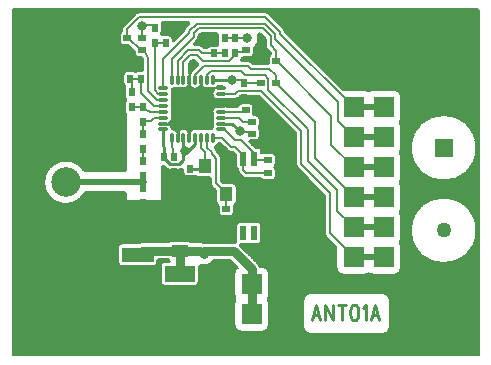
<source format=gbr>
*
*
G04 PADS 9.5 Build Number: 522968 generated Gerber (RS-274-X) file*
G04 PC Version=2.1*
*
%IN "ANT01.pcb"*%
*
%MOIN*%
*
%FSLAX35Y35*%
*
*
*
*
G04 PC Standard Apertures*
*
*
G04 Thermal Relief Aperture macro.*
%AMTER*
1,1,$1,0,0*
1,0,$1-$2,0,0*
21,0,$3,$4,0,0,45*
21,0,$3,$4,0,0,135*
%
*
*
G04 Annular Aperture macro.*
%AMANN*
1,1,$1,0,0*
1,0,$2,0,0*
%
*
*
G04 Odd Aperture macro.*
%AMODD*
1,1,$1,0,0*
1,0,$1-0.005,0,0*
%
*
*
G04 PC Custom Aperture Macros*
*
*
*
*
*
*
G04 PC Aperture Table*
*
%ADD012R,0.07X0.07*%
%ADD013C,0.23622*%
%ADD014C,0.05*%
%ADD017C,0.02*%
%ADD019C,0.03*%
%ADD024C,0.001*%
%ADD025C,0.01*%
%ADD036C,0.008*%
%ADD040R,0.06X0.06*%
%ADD055C,0.006*%
%ADD056R,0.025X0.02*%
%ADD057R,0.02X0.025*%
%ADD058R,0.04331X0.04724*%
%ADD059O,0.03346X0.01181*%
%ADD060O,0.01181X0.03346*%
%ADD061R,0.144X0.144*%
%ADD062R,0.02362X0.04724*%
%ADD063R,0.056X0.039*%
%ADD064C,0.09843*%
%ADD065C,0.10236*%
%ADD066R,0.1X0.055*%
%ADD067R,0.105X0.05*%
%ADD068C,0.019*%
%ADD069C,0.032*%
%ADD070C,0.024*%
*
*
*
*
G04 PC Circuitry*
G04 Layer Name ANT01.pcb - circuitry*
%LPD*%
*
*
G04 PC Custom Flashes*
G04 Layer Name ANT01.pcb - flashes*
%LPD*%
*
*
G04 PC Circuitry*
G04 Layer Name ANT01.pcb - circuitry*
%LPD*%
*
G54D12*
G01X226000Y185000D03*
X216000D03*
X226000Y165000D03*
X216000D03*
X226000Y175000D03*
X216000D03*
X226000Y135000D03*
X216000D03*
X226000Y145000D03*
X216000D03*
X226000Y155000D03*
X216000D03*
X172000Y126000D03*
Y116000D03*
X182000Y126000D03*
Y116000D03*
X192000Y126000D03*
Y116000D03*
G54D13*
X120000Y120000D03*
X240000Y200000D03*
Y120000D03*
X120000Y200000D03*
G54D14*
X246000Y144000D03*
G54D17*
X120300Y160300D02*
X120000Y160000D01*
X146000*
G54D19*
X144000Y135800D02*
X145400Y137200D01*
X158000*
Y129500D02*
Y137200D01*
X164800*
X166000Y136000*
Y137000*
X176000*
X182000Y131000*
Y126000*
Y116000*
G54D24*
G54D25*
X203455Y119250D02*
X202000Y114000D01*
X203455Y119250D02*
X204909Y114000D01*
X202545Y115750D02*
X204364D01*
X206545Y119250D02*
Y114000D01*
Y119250D02*
X209091Y114000D01*
Y119250D02*
Y114000D01*
X212000Y119250D02*
Y114000D01*
X210727Y119250D02*
X213273D01*
X216000D02*
X215455Y119000D01*
X215091Y118250*
X214909Y117000*
Y116250*
X215091Y115000*
X215455Y114250*
X216000Y114000*
X216364*
X216909Y114250*
X217273Y115000*
X217455Y116250*
Y117000*
X217273Y118250*
X216909Y119000*
X216364Y119250*
X216000*
X219091Y118250D02*
X219455Y118500D01*
X220000Y119250*
Y114000*
X223091Y119250D02*
X221636Y114000D01*
X223091Y119250D02*
X224545Y114000D01*
X222182Y115750D02*
X224000D01*
X159200Y170800D02*
Y170400D01*
X159600*
X159200Y170800D02*
Y171000D01*
X159247Y171047*
Y174854*
X152780Y168860D02*
Y167973D01*
X154753Y166000*
X157647*
X159200Y167553*
Y170400*
X157476Y179776D02*
X157321Y179579D01*
X162200Y184500*
X161200Y189100D02*
X161216Y193063D01*
Y194146*
X161200Y189100D02*
X162200Y184500D01*
X161200Y178600*
Y175000*
X161216Y174854*
X159600Y170400D02*
X160784D01*
X163184Y172800*
X157279Y174854D02*
X157300Y175200D01*
Y178800*
X162200Y184500*
X152554Y177610D02*
Y172023D01*
X152780Y171797*
Y168860*
X152554Y179579D02*
X157321D01*
X162200Y184500*
X165200Y190500*
Y194146*
X168300Y190500D02*
X162200Y184500D01*
X167100Y187400*
X171846*
X162200Y184500D02*
X167500Y185400D01*
X171846*
X163184Y174854D02*
Y172800D01*
X171846Y187453D02*
Y187400D01*
Y185484D02*
Y185400D01*
Y179579D02*
X175421D01*
X178000Y177000*
X161500Y164500D02*
X166500D01*
Y165402*
X171800Y191400D02*
X171846Y191390D01*
X165153Y194146D02*
X165200D01*
X169090D02*
Y194000D01*
X175500*
G54D36*
X155310Y174854D02*
Y173772D01*
X155600Y169350*
Y168500*
X156200*
X145784Y176015D02*
Y180015D01*
X142059Y189999D02*
Y194500D01*
Y184999D02*
Y185015D01*
X145784*
Y180015D02*
Y180534D01*
X148384*
X149281Y181431*
X152554*
Y181547*
X145784Y185015D02*
Y184354D01*
X148500Y183500*
X152554*
Y183516*
X145784Y158015D02*
X146000Y158231D01*
Y160000*
X145784Y167015D02*
Y171015D01*
Y162015D02*
X146000Y161800D01*
Y160000*
X162200Y184500D02*
X168200Y190500D01*
Y191300*
X171756*
X171846Y191390*
X178000Y177000D02*
X181254Y176835D01*
X182104*
Y176235*
X179228Y167902D02*
Y163939D01*
X180168Y163000*
X187500*
X183030Y167902D02*
X182772D01*
Y167500*
X187500*
X169090Y174854D02*
X172146D01*
X175188Y171812*
X176499*
X179228Y169083*
Y167902*
X167121Y174854D02*
X167182D01*
Y171581*
X168670Y170092*
Y169456*
X169653Y168473*
Y168446*
X169711Y168388*
Y168353*
X169817Y168247*
Y168169*
X170000Y167986*
Y159697*
X173500Y156197*
Y156000*
X165153Y174854D02*
Y171347D01*
X166500Y170000*
Y165402*
X171846Y189421D02*
X176421D01*
X177500Y190500*
X185000*
X198500Y177000*
Y166000*
X208000Y156500*
Y143000*
X216000Y135000*
X171846Y183516D02*
X176984D01*
X177100Y183400*
X180000*
Y184000*
X171846Y181547D02*
X177634D01*
X179107Y180074*
X182057*
X171846Y177610D02*
X172928D01*
X176539Y174000*
X178370*
X183030Y169341*
Y167902*
X173500Y156000D02*
X173513D01*
Y155987*
Y150985D02*
Y155987D01*
X161216Y195228D02*
X162500Y199500D01*
X140750Y208000D02*
X145250Y204000D01*
X142059Y194500D02*
X145000D01*
X137500Y199500D02*
X141500D01*
X145500Y212000D02*
Y212323D01*
X149671*
Y211473*
X145500Y208000D02*
Y212000D01*
X140500Y208000D02*
Y210960D01*
X144540Y215000*
X186485*
X191500Y209985*
Y209500*
X216000Y185000*
X149671Y206473D02*
X153358D01*
Y206459*
X149671Y206473D02*
Y190658D01*
X150829Y189500*
X152476*
X152554Y189421*
X145500Y204000D02*
X145989D01*
X147500Y201487*
Y190314*
X150314Y187500*
X152507*
X152554Y187453*
Y191390D02*
Y201181D01*
X161100Y209727*
Y210323*
X163677Y212900*
X186323*
X189900Y209323*
Y207600*
X210700Y186800*
Y180300*
X216000Y175000*
X155310Y194146D02*
Y201147D01*
X162700Y208537*
Y209660*
X164340Y211300*
X185660*
X188300Y208660*
Y205700*
X190200Y203800*
Y200300*
X157279Y194146D02*
Y200501D01*
X160777Y204000*
X164500*
X165500Y203000*
X169500*
X159247Y194146D02*
Y200207D01*
X161340Y202300*
X163799*
X165599Y200500*
X174487*
X176619Y202631*
Y203000*
X141500Y194500D02*
X142059D01*
X145000D02*
Y189765D01*
X149281Y185484*
X152554*
X176500Y203576D02*
X180200D01*
X176561Y203000D02*
X176619D01*
X175500Y194000D02*
X178800D01*
X179500Y193300*
Y193000*
X173000Y208000D02*
X176500D01*
X190200Y200300D02*
X190450D01*
X208500Y182250*
Y172500*
X216000Y165000*
X190000Y193000D02*
X190250D01*
X203000Y180250*
Y168000*
X216000Y155000*
X176500Y208000D02*
X180500D01*
X176500Y203000D02*
X176561D01*
X163184Y194146D02*
Y195792D01*
X166011Y198619*
X180897*
X181766Y197750*
X187850*
X190000Y195600*
Y193000*
X167121Y194146D02*
Y195792D01*
X168348Y197019*
X178338*
X178338D02*
X179681Y195675D01*
X186272*
X187500Y194447*
Y190908*
X200750Y177658*
Y167000*
X210450Y157300*
Y150550*
X216000Y145000*
X179500Y193000D02*
X185000D01*
G54D40*
X246000Y171500D03*
G54D55*
X159200Y170800D02*
X159600Y170400D01*
X159200Y171000D02*
X159000D01*
X159200Y170800*
X156200Y168500D02*
X156300Y167900D01*
X152600Y168500D02*
Y168680D01*
X152780Y168860*
X173513Y155987D02*
X175000Y154500D01*
X175100Y187453D02*
X176000Y186553D01*
Y186500*
X183500Y188000D02*
X184000Y187500D01*
X187098Y167902D02*
X187500Y167500D01*
X173500Y156000D02*
X173513Y155987D01*
X145250Y204000D02*
X145500D01*
Y211000D02*
X146000Y211500D01*
X145500Y212000*
X140500Y208000D02*
X140750D01*
X161216Y194146D02*
Y195228D01*
X180200Y203576D02*
Y204000D01*
X176561Y202689D02*
Y203000D01*
X169500D02*
X173000D01*
X176500D02*
Y203576D01*
X256930Y144000D02*
G75*
G03X256930I-10930J0D01*
G01Y171500D02*
G03X256930I-10930J0D01*
G01X257700Y102600D02*
Y217400D01*
G03X257400Y217700I-300J-0*
G01X102600*
G03X102300Y217400I0J-300*
G01Y102600*
G03X102600Y102300I300J0*
G01X257400*
G03X257700Y102600I-0J300*
G01X188500Y202713D02*
Y202972D01*
G03X188412Y203184I-300J-0*
G01X187098Y204498*
X186600Y205700D02*
G03X187098Y204498I1700J-0D01*
G01X186600Y205700D02*
Y207831D01*
G03X186512Y208043I-300J0*
G01X185043Y209512*
G03X184831Y209600I-212J-212*
G01X184494*
G03X184209Y209207I-0J-300*
G01X182868Y204901D02*
G03X184209Y209207I-2368J3099D01*
G01X182868Y204901D02*
G03X182750Y204663I182J-238D01*
G01Y203000*
X181450Y201700D02*
G03X182750Y203000I0J1300D01*
G01X181450Y201700D02*
X179061D01*
G03X178769Y201466I0J-300*
G01X178420Y200831D02*
G03X178769Y201466I-920J919D01*
G01X178420Y200831D02*
G03X178632Y200319I212J-212D01*
G01X180897*
X182099Y199821D02*
G03X180897Y200319I-1202J-1202D01*
G01X182099Y199821D02*
X182382Y199538D01*
G03X182594Y199450I212J212*
G01X187350*
G03X187650Y199750I-0J300*
G01Y201300*
X188341Y202448D02*
G03X187650Y201300I609J-1148D01*
G01X188341Y202448D02*
G03X188500Y202713I-141J265D01*
G01X172045Y191312D02*
G03X172292Y191782I0J300D01*
G01X172122Y192050D02*
G03X172292Y191782I3378J1950D01*
G01X172122Y192050D02*
G03X171863Y192200I-259J-150D01*
G01X170946*
G03X170692Y192059I0J-300*
G01X170506Y191810D02*
G03X170692Y192059I-1416J1253D01*
G01X170506Y191810D02*
G03X170735Y191312I225J-198D01*
G01X170763D02*
G03X170735I0J-1891D01*
G01X170763D02*
X172045D01*
X164129Y199141D02*
G03Y199565I-212J212D01*
G01X163182Y200512*
G03X162970Y200600I-212J-212*
G01X162169*
G03X161957Y200512I-0J-300*
G01X161035Y199591*
G03X160947Y199379I212J-212*
G01Y196290*
G03X161538Y196215I300J0*
G01X161982Y196994D02*
G03X161538Y196215I1202J-1202D01*
G01X161982Y196994D02*
X164129Y199141D01*
X170650Y205541D02*
G03X170931Y206010I34J298D01*
G01X170700Y206750D02*
G03X170931Y206010I1300J0D01*
G01X170700Y206750D02*
Y209250D01*
X170701Y209291D02*
G03X170700Y209250I1299J-41D01*
G01X170701Y209291D02*
G03X170401Y209600I-300J9D01*
G01X165169*
G03X164957Y209512I-0J-300*
G01X164488Y209043*
G03X164400Y208831I212J-212*
G01Y208537*
X163902Y207335D02*
G03X164400Y208537I-1202J1202D01*
G01X163902Y207335D02*
X162780Y206212D01*
G03X162992Y205700I212J-212*
G01X164500*
X165702Y205202D02*
G03X164500Y205700I-1202J-1202D01*
G01X165702Y205202D02*
X166116Y204788D01*
G03X166328Y204700I212J212*
G01X167087*
G03X167352Y204859I-0J300*
G01X168500Y205550D02*
G03X167352Y204859I0J-1300D01*
G01X168500Y205550D02*
X170500D01*
X170650Y205541D02*
G03X170500Y205550I-150J-1291D01*
G01X161161Y212788D02*
G03X160949Y213300I-212J212D01*
G01X152247*
G03X151951Y212948I-0J-300*
G01X151971Y212723D02*
G03X151951Y212948I-1300J0D01*
G01X151971Y212723D02*
Y210223D01*
X151705Y209436D02*
G03X151971Y210223I-1034J787D01*
G01X151705Y209436D02*
G03X152022Y208965I239J-181D01*
G01X152358Y209009D02*
G03X152022Y208965I0J-1300D01*
G01X152358Y209009D02*
X154358D01*
X155658Y207709D02*
G03X154358Y209009I-1300J0D01*
G01X155658Y207709D02*
Y207413D01*
G03X156170Y207201I300J0*
G01X159328Y210358*
G03X159413Y210533I-213J213*
G01X159898Y211525D02*
G03X159413Y210533I1202J-1202D01*
G01X159898Y211525D02*
X161161Y212788D01*
X256930Y144000D02*
G03X256930I-10930J0D01*
G01Y171500D02*
G03X256930I-10930J0D01*
G01X228073Y120750D02*
Y111750D01*
X225773Y109450D02*
G03X228073Y111750I-0J2300D01*
G01X225773Y109450D02*
X201500D01*
X199200Y111750D02*
G03X201500Y109450I2300J0D01*
G01X199200Y111750D02*
Y120750D01*
X201500Y123050D02*
G03X199200Y120750I0J-2300D01*
G01X201500Y123050D02*
X225773D01*
X228073Y120750D02*
G03X225773Y123050I-2300J0D01*
G01X231800Y188500D02*
Y181500D01*
X231379Y180173D02*
G03X231800Y181500I-1879J1327D01*
G01X231379Y180173D02*
G03Y179827I245J-173D01*
G01X231800Y178500D02*
G03X231379Y179827I-2300J0D01*
G01X231800Y178500D02*
Y171500D01*
X231379Y170173D02*
G03X231800Y171500I-1879J1327D01*
G01X231379Y170173D02*
G03Y169827I245J-173D01*
G01X231800Y168500D02*
G03X231379Y169827I-2300J0D01*
G01X231800Y168500D02*
Y161500D01*
X231379Y160173D02*
G03X231800Y161500I-1879J1327D01*
G01X231379Y160173D02*
G03Y159827I245J-173D01*
G01X231800Y158500D02*
G03X231379Y159827I-2300J0D01*
G01X231800Y158500D02*
Y151500D01*
X231379Y150173D02*
G03X231800Y151500I-1879J1327D01*
G01X231379Y150173D02*
G03Y149827I245J-173D01*
G01X231800Y148500D02*
G03X231379Y149827I-2300J0D01*
G01X231800Y148500D02*
Y141500D01*
X231379Y140173D02*
G03X231800Y141500I-1879J1327D01*
G01X231379Y140173D02*
G03Y139827I245J-173D01*
G01X231800Y138500D02*
G03X231379Y139827I-2300J0D01*
G01X231800Y138500D02*
Y131500D01*
X229500Y129200D02*
G03X231800Y131500I0J2300D01*
G01X229500Y129200D02*
X222500D01*
X221173Y129621D02*
G03X222500Y129200I1327J1879D01*
G01X221173Y129621D02*
G03X220827I-173J-245D01*
G01X219500Y129200D02*
G03X220827Y129621I0J2300D01*
G01X219500Y129200D02*
X212500D01*
X210200Y131500D02*
G03X212500Y129200I2300J0D01*
G01X210200Y131500D02*
Y138272D01*
G03X210112Y138484I-300J-0*
G01X206798Y141798*
X206300Y143000D02*
G03X206798Y141798I1700J0D01*
G01X206300Y143000D02*
Y155672D01*
G03X206212Y155884I-300J-0*
G01X197298Y164798*
X196800Y166000D02*
G03X197298Y164798I1700J0D01*
G01X196800Y166000D02*
Y176172D01*
G03X196712Y176384I-300J-0*
G01X184384Y188712*
G03X184172Y188800I-212J-212*
G01X178328*
G03X178116Y188712I0J-300*
G01X177623Y188219*
X176421Y187721D02*
G03X177623Y188219I0J1700D01*
G01X176421Y187721D02*
X173822D01*
G03X173700Y187695I-0J-300*
G01X172928Y187531D02*
G03X173700Y187695I0J1890D01*
G01X172928Y187531D02*
X170763D01*
X169347Y190674D02*
G03X170763Y187531I1416J-1253D01*
G01X169347Y190674D02*
G03X169118Y191173I-225J199D01*
G01X168240Y191374D02*
G03X169118Y191173I850J1689D01*
G01X168240Y191374D02*
G03X167971I-134J-268D01*
G01X165422Y192234D02*
G03X167971Y191374I1699J829D01*
G01X165422Y192234D02*
G03X164883I-269J-132D01*
G01X161485D02*
G03X164883I1699J829D01*
G01X161485D02*
G03X160946I-269J-132D01*
G01X158398Y191374D02*
G03X160946Y192234I849J1689D01*
G01X158398Y191374D02*
G03X158128I-135J-268D01*
G01X156429D02*
G03X158128I850J1689D01*
G01X156429D02*
G03X156160I-135J-268D01*
G01X155713Y191216D02*
G03X156160Y191374I-403J1847D01*
G01X155713Y191216D02*
G03X155484Y190987I64J-293D01*
G01X155326Y190540D02*
G03X155484Y190987I-1689J850D01*
G01X155326Y190540D02*
G03Y190271I268J-134D01*
G01Y188572D02*
G03Y190271I-1689J849D01*
G01Y188572D02*
G03Y188302I268J-135D01*
G01Y186603D02*
G03Y188302I-1689J850D01*
G01Y186603D02*
G03Y186334I268J-135D01*
G01Y184635D02*
G03Y186334I-1689J849D01*
G01Y184635D02*
G03Y184365I268J-135D01*
G01Y182666D02*
G03Y184365I-1689J850D01*
G01Y182666D02*
G03Y182397I268J-134D01*
G01X154466Y179848D02*
G03X155326Y182397I-829J1699D01*
G01X154466Y179848D02*
G03Y179309I132J-269D01*
G01X155484Y178013D02*
G03X154466Y179309I-1847J-403D01*
G01X155484Y178013D02*
G03X155713Y177784I293J64D01*
G01X157009Y176766D02*
G03X155713Y177784I-1699J-829D01*
G01X157009Y176766D02*
G03X157548I270J132D01*
G01X160946D02*
G03X157548I-1699J-829D01*
G01X160946D02*
G03X161485I270J132D01*
G01X164034Y177626D02*
G03X161485Y176766I-850J-1689D01*
G01X164034Y177626D02*
G03X164303I134J268D01*
G01X166002D02*
G03X164303I-849J-1689D01*
G01X166002D02*
G03X166272I135J268D01*
G01X167971D02*
G03X166272I-850J-1689D01*
G01X167971D02*
G03X168240I135J268D01*
G01X168687Y177784D02*
G03X168240Y177626I403J-1847D01*
G01X168687Y177784D02*
G03X168916Y178013I-64J293D01*
G01X169074Y178460D02*
G03X168916Y178013I1689J-850D01*
G01X169074Y178460D02*
G03Y178729I-268J134D01*
G01Y180428D02*
G03Y178729I1689J-849D01*
G01Y180428D02*
G03Y180698I-268J135D01*
G01Y182397D02*
G03Y180698I1689J-850D01*
G01Y182397D02*
G03Y182666I-268J135D01*
G01X170763Y185406D02*
G03X169074Y182666I0J-1890D01*
G01X170763Y185406D02*
X172928D01*
X173700Y185242D02*
G03X172928Y185406I-772J-1726D01*
G01X173700Y185242D02*
G03X173822Y185216I122J274D01*
G01X176984*
X177193Y185203D02*
G03X176984Y185216I-209J-1687D01*
G01X177193Y185203D02*
G03X177515Y185407I37J298D01*
G01X178750Y186300D02*
G03X177515Y185407I0J-1300D01*
G01X178750Y186300D02*
X181250D01*
X182550Y185000D02*
G03X181250Y186300I-1300J0D01*
G01X182550Y185000D02*
Y183000D01*
X182523Y182735D02*
G03X182550Y183000I-1273J265D01*
G01X182523Y182735D02*
G03X182817Y182374I294J-61D01*
G01X183307*
X184607Y181074D02*
G03X183307Y182374I-1300J0D01*
G01X184607Y181074D02*
Y179074D01*
X184389Y178354D02*
G03X184607Y179074I-1082J720D01*
G01X184389Y178354D02*
G03X184398Y178009I250J-166D01*
G01X184654Y177235D02*
G03X184398Y178009I-1300J0D01*
G01X184654Y177235D02*
Y175235D01*
X183354Y173935D02*
G03X184654Y175235I-0J1300D01*
G01X183354Y173935D02*
X181563D01*
G03X181351Y173423I0J-300*
G01X183123Y171652*
G03X183335Y171564I212J212*
G01X183953*
X185253Y170264D02*
G03X183953Y171564I-1300J-0D01*
G01X185253Y170264D02*
Y169940D01*
G03X185684Y169670I300J0*
G01X186250Y169800D02*
G03X185684Y169670I0J-1300D01*
G01X186250Y169800D02*
X188750D01*
X190050Y168500D02*
G03X188750Y169800I-1300J0D01*
G01X190050Y168500D02*
Y166500D01*
X189562Y165484D02*
G03X190050Y166500I-812J1016D01*
G01X189562Y165484D02*
G03Y165016I187J-234D01*
G01X190050Y164000D02*
G03X189562Y165016I-1300J0D01*
G01X190050Y164000D02*
Y162000D01*
X188750Y160700D02*
G03X190050Y162000I0J1300D01*
G01X188750Y160700D02*
X186250D01*
X185235Y161187D02*
G03X186250Y160700I1015J813D01*
G01X185235Y161187D02*
G03X185001Y161300I-234J-187D01*
G01X180168*
X178966Y161798D02*
G03X180168Y161300I1202J1202D01*
G01X178966Y161798D02*
X178026Y162737D01*
X177528Y163939D02*
G03X178026Y162737I1700J0D01*
G01X177528Y163939D02*
Y164165D01*
G03X177382Y164423I-300J-0*
G01X176747Y165539D02*
G03X177382Y164423I1300J0D01*
G01X176747Y165539D02*
Y169035D01*
G03X176659Y169247I-300J0*
G01X175883Y170024*
X175883D02*
G03X175670Y170112I-213J-212D01*
G01X175188*
X173986Y170610D02*
G03X175188Y170112I1202J1202D01*
G01X173986Y170610D02*
X171529Y173066D01*
G03X171317Y173154I-212J-212*
G01X171079*
G03X170807Y172980I0J-300*
G01X169761Y172004D02*
G03X170807Y172980I-671J1768D01*
G01X169761Y172004D02*
G03X169655Y171512I106J-280D01*
G01X169873Y171294*
X170362Y170264D02*
G03X169873Y171294I-1692J-172D01*
G01X170362Y170264D02*
G03X170448Y170082I298J30D01*
G01X170855Y169676*
X171085Y169390D02*
G03X170855Y169676I-1432J-917D01*
G01X171085Y169390D02*
G03X171093Y169377I252J161D01*
G01X171113Y169349D02*
G03X171093Y169377I-1402J-961D01*
G01X171113Y169349D02*
G03X171129Y169328I247J170D01*
G01X171281Y169110D02*
G03X171129Y169328I-1464J-863D01*
G01X171281Y169110D02*
G03X171309Y169071I259J153D01*
G01X171700Y167986D02*
G03X171309Y169071I-1700J0D01*
G01X171700Y167986D02*
Y160525D01*
G03X171788Y160313I300J0*
G01X172351Y159750*
G03X172563Y159662I212J212*
G01X175665*
X176965Y158362D02*
G03X175665Y159662I-1300J0D01*
G01X176965Y158362D02*
Y153638D01*
X176221Y152463D02*
G03X176965Y153638I-556J1175D01*
G01X176221Y152463D02*
G03X176052Y152153I129J-272D01*
G01X176063Y151985D02*
G03X176052Y152153I-1300J-0D01*
G01X176063Y151985D02*
Y149985D01*
X174763Y148685D02*
G03X176063Y149985I-0J1300D01*
G01X174763Y148685D02*
X172263D01*
X170963Y149985D02*
G03X172263Y148685I1300J-0D01*
G01X170963Y149985D02*
Y151985D01*
X170973Y152143D02*
G03X170963Y151985I1290J-158D01*
G01X170973Y152143D02*
G03X170799Y152453I-298J37D01*
G01X170035Y153638D02*
G03X170799Y152453I1300J-0D01*
G01X170035Y153638D02*
Y157134D01*
G03X169947Y157346I-300J-0*
G01X168798Y158495*
X168300Y159697D02*
G03X168798Y158495I1700J-0D01*
G01X168300Y159697D02*
Y161439D01*
G03X168000Y161739I-300J0*
G01X164335*
X163468Y162070D02*
G03X164335Y161739I867J969D01*
G01X163468Y162070D02*
G03X163124Y162110I-200J-224D01*
G01X162500Y161950D02*
G03X163124Y162110I0J1300D01*
G01X162500Y161950D02*
X160500D01*
X159200Y163250D02*
G03X160500Y161950I1300J0D01*
G01X159200Y163250D02*
Y164315D01*
G03X158721Y164555I-300J-0*
G01X157647Y164200D02*
G03X158721Y164555I0J1800D01*
G01X157647Y164200D02*
X154753D01*
X153480Y164727D02*
G03X154753Y164200I1273J1273D01*
G01X153480Y164727D02*
X152612Y165595D01*
G03X152100Y165383I-212J-212*
G01Y154100*
X151800Y153800D02*
G03X152100Y154100I0J300D01*
G01X151800Y153800D02*
X140300D01*
X140000Y154100D02*
G03X140300Y153800I300J0D01*
G01X140000Y154100D02*
Y156500D01*
G03X139700Y156800I-300J-0*
G01X126657*
G03X126392Y156640I0J-300*
G01X126115Y163840D02*
G03X126392Y156640I-6115J-3840D01*
G01X126115Y163840D02*
G03X126369Y163700I254J160D01*
G01X139700*
G03X140000Y164000I-0J300*
G01Y182904*
G03X139955Y183062I-300J-0*
G01X139759Y183749D02*
G03X139955Y183062I1300J-0D01*
G01X139759Y183749D02*
Y186249D01*
X139955Y186936D02*
G03X139759Y186249I1104J-687D01*
G01X139955Y186936D02*
G03X140000Y187094I-255J158D01*
G01Y187904*
G03X139955Y188062I-300J-0*
G01X139759Y188749D02*
G03X139955Y188062I1300J-0D01*
G01X139759Y188749D02*
Y191249D01*
X139879Y191796D02*
G03X139759Y191249I1180J-547D01*
G01X139879Y191796D02*
G03X139775Y192171I-272J126D01*
G01X139200Y193250D02*
G03X139775Y192171I1300J0D01*
G01X139200Y193250D02*
Y195750D01*
X140500Y197050D02*
G03X139200Y195750I0J-1300D01*
G01X140500Y197050D02*
X142500D01*
X143109Y196898D02*
G03X142500Y197050I-609J-1148D01*
G01X143109Y196898D02*
G03X143391I141J265D01*
G01X144000Y197050D02*
G03X143391Y196898I0J-1300D01*
G01X144000Y197050D02*
X145500D01*
G03X145800Y197350I-0J300*
G01Y200932*
G03X145757Y201087I-300J0*
G01X145476Y201555*
G03X145219Y201700I-257J-155*
G01X144250*
X142950Y203000D02*
G03X144250Y201700I1300J0D01*
G01X142950Y203000D02*
Y203635D01*
G03X142849Y203859I-300J0*
G01X140864Y205624*
G03X140665Y205700I-199J-224*
G01X139250*
X137950Y207000D02*
G03X139250Y205700I1300J0D01*
G01X137950Y207000D02*
Y209000D01*
X138641Y210148D02*
G03X137950Y209000I609J-1148D01*
G01X138641Y210148D02*
G03X138800Y210413I-141J265D01*
G01Y210960*
X139298Y212162D02*
G03X138800Y210960I1202J-1202D01*
G01X139298Y212162D02*
X143338Y216202D01*
X144540Y216700D02*
G03X143338Y216202I0J-1700D01*
G01X144540Y216700D02*
X186485D01*
X187687Y216202D02*
G03X186485Y216700I-1202J-1202D01*
G01X187687Y216202D02*
X192702Y211187D01*
X193169Y210308D02*
G03X192702Y211187I-1669J-323D01*
G01X193169Y210308D02*
G03X193252Y210153I295J57D01*
G01X212516Y190888*
G03X212728Y190800I212J212*
G01X219500*
X220827Y190379D02*
G03X219500Y190800I-1327J-1879D01*
G01X220827Y190379D02*
G03X221173I173J245D01*
G01X222500Y190800D02*
G03X221173Y190379I0J-2300D01*
G01X222500Y190800D02*
X229500D01*
X231800Y188500D02*
G03X229500Y190800I-2300J0D01*
G01X187800Y129500D02*
Y122500D01*
X187379Y121173D02*
G03X187800Y122500I-1879J1327D01*
G01X187379Y121173D02*
G03Y120827I245J-173D01*
G01X187800Y119500D02*
G03X187379Y120827I-2300J0D01*
G01X187800Y119500D02*
Y112500D01*
X185500Y110200D02*
G03X187800Y112500I0J2300D01*
G01X185500Y110200D02*
X178500D01*
X176200Y112500D02*
G03X178500Y110200I2300J0D01*
G01X176200Y112500D02*
Y119500D01*
X176621Y120827D02*
G03X176200Y119500I1879J-1327D01*
G01X176621Y120827D02*
G03Y121173I-245J173D01*
G01X176200Y122500D02*
G03X176621Y121173I2300J0D01*
G01X176200Y122500D02*
Y129500D01*
X177169Y131376D02*
G03X176200Y129500I1331J-1876D01*
G01X177169Y131376D02*
G03X177208Y131833I-174J244D01*
G01X174928Y134112*
G03X174716Y134200I-212J-212*
G01X169637*
G03X169378Y134050I0J-300*
G01X164700Y132323D02*
G03X169378Y134050I1300J3677D01*
G01X164700Y132323D02*
G03X164300Y132040I-100J-283D01*
G01Y126750*
X163000Y125450D02*
G03X164300Y126750I0J1300D01*
G01X163000Y125450D02*
X153000D01*
X151700Y126750D02*
G03X153000Y125450I1300J0D01*
G01X151700Y126750D02*
Y132250D01*
X153000Y133550D02*
G03X151700Y132250I0J-1300D01*
G01X153000Y133550D02*
X154425D01*
G03X154571Y134113I0J300*
G01X154296Y134316D02*
G03X154571Y134113I904J934D01*
G01X154296Y134316D02*
G03X154088Y134400I-208J-216D01*
G01X150850*
G03X150550Y134100I0J-300*
G01Y133300*
X149250Y132000D02*
G03X150550Y133300I0J1300D01*
G01X149250Y132000D02*
X138750D01*
X137450Y133300D02*
G03X138750Y132000I1300J0D01*
G01X137450Y133300D02*
Y138300D01*
X138750Y139600D02*
G03X137450Y138300I0J-1300D01*
G01X138750Y139600D02*
X143877D01*
G03X144024Y139639I-0J300*
G01X145400Y140000D02*
G03X144024Y139639I0J-2800D01*
G01X145400Y140000D02*
X154088D01*
G03X154296Y140084I-0J300*
G01X155200Y140450D02*
G03X154296Y140084I0J-1300D01*
G01X155200Y140450D02*
X160800D01*
X161704Y140084D02*
G03X160800Y140450I-904J-934D01*
G01X161704Y140084D02*
G03X161912Y140000I208J216D01*
G01X164800*
X165557Y139896D02*
G03X164800Y140000I-757J-2696D01*
G01X165557Y139896D02*
G03X165664Y139886I82J288D01*
G01X166846Y139807D02*
G03X165664Y139886I-846J-3807D01*
G01X166846Y139807D02*
G03X166911Y139800I65J293D01*
G01X176000*
X176548Y139746D02*
G03X176000Y139800I-548J-2746D01*
G01X176548Y139746D02*
G03X176877Y140171I59J294D01*
G01X176747Y140736D02*
G03X176877Y140171I1300J0D01*
G01X176747Y140736D02*
Y145461D01*
X178047Y146761D02*
G03X176747Y145461I0J-1300D01*
G01X178047Y146761D02*
X180409D01*
X180889Y146669D02*
G03X180409Y146761I-480J-1208D01*
G01X180889Y146669D02*
G03X181111I111J279D01*
G01X181591Y146761D02*
G03X181111Y146669I-0J-1300D01*
G01X181591Y146761D02*
X183953D01*
X185253Y145461D02*
G03X183953Y146761I-1300J-0D01*
G01X185253Y145461D02*
Y140736D01*
X183953Y139436D02*
G03X185253Y140736I-0J1300D01*
G01X183953Y139436D02*
X181591D01*
X181111Y139528D02*
G03X181591Y139436I480J1208D01*
G01X181111Y139528D02*
G03X180889I-111J-279D01*
G01X180409Y139436D02*
G03X180889Y139528I0J1300D01*
G01X180409Y139436D02*
X178248D01*
G03X178036Y138924I-0J-300*
G01X183980Y132980*
X184618Y131994D02*
G03X183980Y132980I-2618J-994D01*
G01X184618Y131994D02*
G03X184898Y131800I280J106D01*
G01X185500*
X187800Y129500D02*
G03X185500Y131800I-2300J0D01*
G01X151957Y213079D02*
X161238D01*
X151971Y212539D02*
X160912D01*
X151971Y211999D02*
X160372D01*
X151971Y211459D02*
X159835D01*
X151971Y210919D02*
X159508D01*
X151971Y210379D02*
X159346D01*
X151913Y209839D02*
X158808D01*
X151647Y209299D02*
X158268D01*
X155125Y208759D02*
X157728D01*
X155554Y208219D02*
X157188D01*
X155658Y207679D02*
X156648D01*
X155837Y207139D02*
X156079D01*
X162698Y206059D02*
X170899D01*
X163166Y206599D02*
X170709D01*
X164743Y209299D02*
X170701D01*
X164400Y208759D02*
X170700D01*
X164370Y208219D02*
X170700D01*
X164168Y207679D02*
X170700D01*
X163706Y207139D02*
X170700D01*
X165264Y205519D02*
X168216D01*
X165926Y204979D02*
X167423D01*
X161024Y199579D02*
X164116D01*
X160947Y199039D02*
X164027D01*
X161563Y200119D02*
X163576D01*
X160947Y198499D02*
X163487D01*
X160947Y197959D02*
X162947D01*
X160947Y197419D02*
X162407D01*
X160947Y196879D02*
X161877D01*
X160947Y196339D02*
X161574D01*
X170462Y191479D02*
X172314D01*
X170666Y192019D02*
X172141D01*
X182737Y202819D02*
X188500D01*
X182750Y203359D02*
X188237D01*
X182532Y202279D02*
X188094D01*
X181765Y201739D02*
X187726D01*
X182750Y203899D02*
X187697D01*
X178677Y201199D02*
X187650D01*
X178334Y200659D02*
X187650D01*
X181697Y200119D02*
X187650D01*
X182341Y199579D02*
X187596D01*
X182750Y204439D02*
X187157D01*
X182966Y204979D02*
X186761D01*
X183509Y205519D02*
X186610D01*
X184387Y207679D02*
X186600D01*
X184304Y207139D02*
X186600D01*
X184140Y206599D02*
X186600D01*
X183883Y206059D02*
X186600D01*
X184394Y208219D02*
X186337D01*
X184326Y208759D02*
X185797D01*
X184194Y209299D02*
X185257D01*
X102300Y217399D02*
X257700D01*
X102300Y216859D02*
X257700D01*
X187558Y216319D02*
X257700D01*
X188111Y215779D02*
X257700D01*
X188651Y215239D02*
X257700D01*
X189191Y214699D02*
X257700D01*
X189731Y214159D02*
X257700D01*
X190271Y213619D02*
X257700D01*
X190811Y213079D02*
X257700D01*
X191351Y212539D02*
X257700D01*
X191891Y211999D02*
X257700D01*
X192431Y211459D02*
X257700D01*
X192921Y210919D02*
X257700D01*
X193154Y210379D02*
X257700D01*
X193566Y209839D02*
X257700D01*
X194106Y209299D02*
X257700D01*
X194646Y208759D02*
X257700D01*
X195186Y208219D02*
X257700D01*
X195726Y207679D02*
X257700D01*
X196266Y207139D02*
X257700D01*
X196806Y206599D02*
X257700D01*
X197346Y206059D02*
X257700D01*
X197886Y205519D02*
X257700D01*
X198426Y204979D02*
X257700D01*
X198966Y204439D02*
X257700D01*
X199506Y203899D02*
X257700D01*
X200046Y203359D02*
X257700D01*
X200586Y202819D02*
X257700D01*
X201126Y202279D02*
X257700D01*
X201666Y201739D02*
X257700D01*
X202206Y201199D02*
X257700D01*
X202746Y200659D02*
X257700D01*
X203286Y200119D02*
X257700D01*
X203826Y199579D02*
X257700D01*
X204366Y199039D02*
X257700D01*
X204906Y198499D02*
X257700D01*
X205446Y197959D02*
X257700D01*
X205986Y197419D02*
X257700D01*
X206526Y196879D02*
X257700D01*
X207066Y196339D02*
X257700D01*
X207606Y195799D02*
X257700D01*
X208146Y195259D02*
X257700D01*
X208686Y194719D02*
X257700D01*
X209226Y194179D02*
X257700D01*
X209766Y193639D02*
X257700D01*
X210306Y193099D02*
X257700D01*
X210846Y192559D02*
X257700D01*
X211386Y192019D02*
X257700D01*
X211926Y191479D02*
X257700D01*
X212466Y190939D02*
X257700D01*
X230798Y190399D02*
X257700D01*
X231356Y189859D02*
X257700D01*
X231649Y189319D02*
X257700D01*
X231783Y188779D02*
X257700D01*
X231800Y188239D02*
X257700D01*
X231800Y187699D02*
X257700D01*
X231800Y187159D02*
X257700D01*
X231800Y186619D02*
X257700D01*
X231800Y186079D02*
X257700D01*
X231800Y185539D02*
X257700D01*
X231800Y184999D02*
X257700D01*
X231800Y184459D02*
X257700D01*
X231800Y183919D02*
X257700D01*
X231800Y183379D02*
X257700D01*
X231800Y182839D02*
X257700D01*
X247690Y182299D02*
X257700D01*
X249772Y181759D02*
X257700D01*
X251002Y181219D02*
X257700D01*
X251935Y180679D02*
X257700D01*
X252696Y180139D02*
X257700D01*
X253340Y179599D02*
X257700D01*
X253895Y179059D02*
X257700D01*
X254379Y178519D02*
X257700D01*
X254803Y177979D02*
X257700D01*
X255176Y177439D02*
X257700D01*
X255504Y176899D02*
X257700D01*
X255791Y176359D02*
X257700D01*
X256041Y175819D02*
X257700D01*
X256256Y175279D02*
X257700D01*
X256439Y174739D02*
X257700D01*
X256592Y174199D02*
X257700D01*
X256715Y173659D02*
X257700D01*
X256810Y173119D02*
X257700D01*
X256877Y172579D02*
X257700D01*
X256917Y172039D02*
X257700D01*
X256930Y171499D02*
X257700D01*
X256917Y170959D02*
X257700D01*
X256877Y170419D02*
X257700D01*
X256809Y169879D02*
X257700D01*
X256714Y169339D02*
X257700D01*
X256591Y168799D02*
X257700D01*
X256439Y168259D02*
X257700D01*
X256255Y167719D02*
X257700D01*
X256040Y167179D02*
X257700D01*
X255790Y166639D02*
X257700D01*
X255502Y166099D02*
X257700D01*
X255174Y165559D02*
X257700D01*
X254801Y165019D02*
X257700D01*
X254377Y164479D02*
X257700D01*
X253893Y163939D02*
X257700D01*
X253337Y163399D02*
X257700D01*
X252693Y162859D02*
X257700D01*
X251931Y162319D02*
X257700D01*
X250996Y161779D02*
X257700D01*
X249765Y161239D02*
X257700D01*
X247673Y160699D02*
X257700D01*
X231369Y160159D02*
X257700D01*
X231510Y159619D02*
X257700D01*
X231726Y159079D02*
X257700D01*
X231800Y158539D02*
X257700D01*
X231800Y157999D02*
X257700D01*
X231800Y157459D02*
X257700D01*
X231800Y156919D02*
X257700D01*
X231800Y156379D02*
X257700D01*
X231800Y155839D02*
X257700D01*
X231800Y155299D02*
X257700D01*
X247929Y154759D02*
X257700D01*
X249879Y154219D02*
X257700D01*
X251079Y153679D02*
X257700D01*
X251996Y153139D02*
X257700D01*
X252748Y152599D02*
X257700D01*
X253384Y152059D02*
X257700D01*
X253933Y151519D02*
X257700D01*
X254412Y150979D02*
X257700D01*
X254832Y150439D02*
X257700D01*
X255202Y149899D02*
X257700D01*
X255526Y149359D02*
X257700D01*
X255811Y148819D02*
X257700D01*
X256058Y148279D02*
X257700D01*
X256271Y147739D02*
X257700D01*
X256452Y147199D02*
X257700D01*
X256602Y146659D02*
X257700D01*
X256723Y146119D02*
X257700D01*
X256816Y145579D02*
X257700D01*
X256881Y145039D02*
X257700D01*
X256919Y144499D02*
X257700D01*
X256930Y143959D02*
X257700D01*
X256915Y143419D02*
X257700D01*
X256872Y142879D02*
X257700D01*
X256803Y142339D02*
X257700D01*
X256706Y141799D02*
X257700D01*
X256581Y141259D02*
X257700D01*
X256426Y140719D02*
X257700D01*
X256240Y140179D02*
X257700D01*
X256022Y139639D02*
X257700D01*
X255770Y139099D02*
X257700D01*
X255479Y138559D02*
X257700D01*
X255148Y138019D02*
X257700D01*
X254772Y137479D02*
X257700D01*
X254343Y136939D02*
X257700D01*
X253854Y136399D02*
X257700D01*
X253293Y135859D02*
X257700D01*
X252641Y135319D02*
X257700D01*
X251868Y134779D02*
X257700D01*
X250918Y134239D02*
X257700D01*
X249654Y133699D02*
X257700D01*
X247391Y133159D02*
X257700D01*
X231800Y132619D02*
X257700D01*
X231800Y132079D02*
X257700D01*
X231800Y131539D02*
X257700D01*
X231745Y130999D02*
X257700D01*
X231551Y130459D02*
X257700D01*
X231170Y129919D02*
X257700D01*
X230389Y129379D02*
X257700D01*
X187800Y128839D02*
X257700D01*
X187800Y128299D02*
X257700D01*
X187800Y127759D02*
X257700D01*
X187800Y127219D02*
X257700D01*
X187800Y126679D02*
X257700D01*
X187800Y126139D02*
X257700D01*
X187800Y125599D02*
X257700D01*
X187800Y125059D02*
X257700D01*
X187800Y124519D02*
X257700D01*
X187800Y123979D02*
X257700D01*
X187800Y123439D02*
X257700D01*
X226593Y122899D02*
X257700D01*
X227417Y122359D02*
X257700D01*
X227809Y121819D02*
X257700D01*
X228011Y121279D02*
X257700D01*
X228073Y120739D02*
X257700D01*
X228073Y120199D02*
X257700D01*
X228073Y119659D02*
X257700D01*
X228073Y119119D02*
X257700D01*
X228073Y118579D02*
X257700D01*
X228073Y118039D02*
X257700D01*
X228073Y117499D02*
X257700D01*
X228073Y116959D02*
X257700D01*
X228073Y116419D02*
X257700D01*
X228073Y115879D02*
X257700D01*
X228073Y115339D02*
X257700D01*
X228073Y114799D02*
X257700D01*
X228073Y114259D02*
X257700D01*
X228073Y113719D02*
X257700D01*
X228073Y113179D02*
X257700D01*
X228073Y112639D02*
X257700D01*
X228073Y112099D02*
X257700D01*
X228065Y111559D02*
X257700D01*
X227953Y111019D02*
X257700D01*
X227689Y110479D02*
X257700D01*
X227190Y109939D02*
X257700D01*
X102300Y109399D02*
X257700D01*
X102300Y108859D02*
X257700D01*
X102300Y108319D02*
X257700D01*
X102300Y107779D02*
X257700D01*
X102300Y107239D02*
X257700D01*
X102300Y106699D02*
X257700D01*
X102300Y106159D02*
X257700D01*
X102300Y105619D02*
X257700D01*
X102300Y105079D02*
X257700D01*
X102300Y104539D02*
X257700D01*
X102300Y103999D02*
X257700D01*
X102300Y103459D02*
X257700D01*
X102300Y102919D02*
X257700D01*
X102398Y102379D02*
X257602D01*
X231800Y133159D02*
X244609D01*
X231656Y160699D02*
X244327D01*
X231800Y182299D02*
X244310D01*
X231800Y154759D02*
X244071D01*
X231800Y133699D02*
X242346D01*
X231785Y161239D02*
X242235D01*
X231800Y181759D02*
X242228D01*
X231800Y154219D02*
X242121D01*
X231800Y134239D02*
X241082D01*
X231800Y161779D02*
X241004D01*
X231783Y181219D02*
X240998D01*
X231800Y153679D02*
X240921D01*
X231800Y134779D02*
X240132D01*
X231800Y162319D02*
X240069D01*
X231648Y180679D02*
X240065D01*
X231800Y153139D02*
X240004D01*
X231800Y135319D02*
X239359D01*
X231800Y162859D02*
X239307D01*
X231358Y180139D02*
X239304D01*
X231800Y152599D02*
X239252D01*
X231800Y135859D02*
X238707D01*
X231800Y163399D02*
X238663D01*
X231521Y179599D02*
X238660D01*
X231800Y152059D02*
X238616D01*
X231800Y136399D02*
X238146D01*
X231800Y163939D02*
X238107D01*
X231731Y179059D02*
X238105D01*
X231800Y151519D02*
X238067D01*
X231800Y136939D02*
X237657D01*
X231800Y164479D02*
X237623D01*
X231800Y178519D02*
X237621D01*
X231740Y150979D02*
X237588D01*
X231800Y137479D02*
X237228D01*
X231800Y165019D02*
X237199D01*
X231800Y177979D02*
X237197D01*
X231541Y150439D02*
X237168D01*
X231800Y138019D02*
X236852D01*
X231800Y165559D02*
X236826D01*
X231800Y177439D02*
X236824D01*
X231341Y149899D02*
X236798D01*
X231799Y138559D02*
X236521D01*
X231800Y166099D02*
X236498D01*
X231800Y176899D02*
X236496D01*
X231634Y149359D02*
X236474D01*
X231721Y139099D02*
X236230D01*
X231800Y166639D02*
X236210D01*
X231800Y176359D02*
X236209D01*
X231778Y148819D02*
X236189D01*
X231498Y139639D02*
X235978D01*
X231800Y167179D02*
X235960D01*
X231800Y175819D02*
X235959D01*
X231800Y148279D02*
X235942D01*
X231383Y140179D02*
X235760D01*
X231800Y167719D02*
X235745D01*
X231800Y175279D02*
X235744D01*
X231800Y147739D02*
X235729D01*
X231663Y140719D02*
X235574D01*
X231800Y168259D02*
X235561D01*
X231800Y174739D02*
X235561D01*
X231800Y147199D02*
X235548D01*
X231787Y141259D02*
X235419D01*
X231781Y168799D02*
X235409D01*
X231800Y174199D02*
X235408D01*
X231800Y146659D02*
X235398D01*
X231800Y141799D02*
X235294D01*
X231642Y169339D02*
X235286D01*
X231800Y173659D02*
X235285D01*
X231800Y146119D02*
X235277D01*
X231800Y142339D02*
X235197D01*
X231349Y169879D02*
X235191D01*
X231800Y173119D02*
X235190D01*
X231800Y145579D02*
X235184D01*
X231800Y142879D02*
X235128D01*
X231530Y170419D02*
X235123D01*
X231800Y172579D02*
X235123D01*
X231800Y145039D02*
X235119D01*
X231800Y143419D02*
X235085D01*
X231735Y170959D02*
X235083D01*
X231800Y172039D02*
X235083D01*
X231800Y144499D02*
X235081D01*
X231800Y143959D02*
X235070D01*
X231800Y171499D02*
X235070D01*
X220389Y129379D02*
X221611D01*
X220798Y190399D02*
X221202D01*
X187800Y129379D02*
X211611D01*
X187762Y129919D02*
X210830D01*
X187591Y130459D02*
X210449D01*
X187245Y130999D02*
X210255D01*
X178941Y138019D02*
X210200D01*
X179481Y137479D02*
X210200D01*
X180021Y136939D02*
X210200D01*
X180561Y136399D02*
X210200D01*
X181101Y135859D02*
X210200D01*
X181641Y135319D02*
X210200D01*
X182181Y134779D02*
X210200D01*
X182721Y134239D02*
X210200D01*
X183261Y133699D02*
X210200D01*
X183801Y133159D02*
X210200D01*
X184285Y132619D02*
X210200D01*
X184584Y132079D02*
X210200D01*
X186565Y131539D02*
X210200D01*
X178401Y138559D02*
X210037D01*
X177950Y139099D02*
X209497D01*
X184650Y139639D02*
X208957D01*
X185127Y140179D02*
X208417D01*
X185253Y140719D02*
X207877D01*
X185253Y141259D02*
X207337D01*
X185253Y141799D02*
X206797D01*
X185253Y142339D02*
X206434D01*
X185253Y142879D02*
X206304D01*
X176965Y155299D02*
X206300D01*
X176965Y154759D02*
X206300D01*
X176965Y154219D02*
X206300D01*
X176965Y153679D02*
X206300D01*
X176866Y153139D02*
X206300D01*
X176447Y152599D02*
X206300D01*
X176061Y152059D02*
X206300D01*
X176063Y151519D02*
X206300D01*
X176063Y150979D02*
X206300D01*
X176063Y150439D02*
X206300D01*
X176060Y149899D02*
X206300D01*
X175902Y149359D02*
X206300D01*
X175338Y148819D02*
X206300D01*
X102300Y148279D02*
X206300D01*
X102300Y147739D02*
X206300D01*
X102300Y147199D02*
X206300D01*
X184457Y146659D02*
X206300D01*
X185074Y146119D02*
X206300D01*
X185247Y145579D02*
X206300D01*
X185253Y145039D02*
X206300D01*
X185253Y144499D02*
X206300D01*
X185253Y143959D02*
X206300D01*
X185253Y143419D02*
X206300D01*
X176965Y155839D02*
X206249D01*
X176965Y156379D02*
X205717D01*
X176965Y156919D02*
X205177D01*
X176965Y157459D02*
X204637D01*
X176965Y157999D02*
X204097D01*
X176953Y158539D02*
X203557D01*
X176750Y159079D02*
X203017D01*
X175999Y159619D02*
X202477D01*
X171942Y160159D02*
X201937D01*
X171700Y160699D02*
X201397D01*
X189804Y161239D02*
X200857D01*
X187800Y122899D02*
X200679D01*
X190031Y161779D02*
X200317D01*
X102300Y109939D02*
X200083D01*
X187796Y122359D02*
X199856D01*
X190050Y162319D02*
X199777D01*
X186597Y110479D02*
X199583D01*
X187697Y121819D02*
X199463D01*
X187259Y111019D02*
X199319D01*
X187449Y121279D02*
X199262D01*
X190050Y162859D02*
X199237D01*
X187599Y111559D02*
X199208D01*
X187438Y120739D02*
X199200D01*
X187691Y120199D02*
X199200D01*
X187795Y119659D02*
X199200D01*
X187800Y119119D02*
X199200D01*
X187800Y118579D02*
X199200D01*
X187800Y118039D02*
X199200D01*
X187800Y117499D02*
X199200D01*
X187800Y116959D02*
X199200D01*
X187800Y116419D02*
X199200D01*
X187800Y115879D02*
X199200D01*
X187800Y115339D02*
X199200D01*
X187800Y114799D02*
X199200D01*
X187800Y114259D02*
X199200D01*
X187800Y113719D02*
X199200D01*
X187800Y113179D02*
X199200D01*
X187800Y112639D02*
X199200D01*
X187765Y112099D02*
X199200D01*
X190050Y163399D02*
X198697D01*
X190050Y163939D02*
X198157D01*
X189959Y164479D02*
X197617D01*
X189558Y165019D02*
X197112D01*
X189647Y165559D02*
X196858D01*
X184654Y175819D02*
X196800D01*
X184654Y175279D02*
X196800D01*
X184555Y174739D02*
X196800D01*
X184138Y174199D02*
X196800D01*
X181264Y173659D02*
X196800D01*
X181656Y173119D02*
X196800D01*
X182196Y172579D02*
X196800D01*
X182736Y172039D02*
X196800D01*
X184359Y171499D02*
X196800D01*
X185051Y170959D02*
X196800D01*
X185244Y170419D02*
X196800D01*
X185259Y169879D02*
X196800D01*
X189743Y169339D02*
X196800D01*
X190015Y168799D02*
X196800D01*
X190050Y168259D02*
X196800D01*
X190050Y167719D02*
X196800D01*
X190050Y167179D02*
X196800D01*
X190050Y166639D02*
X196800D01*
X189987Y166099D02*
X196800D01*
X184654Y176359D02*
X196734D01*
X184654Y176899D02*
X196197D01*
X184638Y177439D02*
X195657D01*
X184420Y177979D02*
X195117D01*
X184482Y178519D02*
X194577D01*
X184607Y179059D02*
X194037D01*
X184607Y179599D02*
X193497D01*
X184607Y180139D02*
X192957D01*
X184607Y180679D02*
X192417D01*
X184599Y181219D02*
X191877D01*
X184412Y181759D02*
X191337D01*
X183744Y182299D02*
X190797D01*
X182540Y182839D02*
X190257D01*
X182550Y183379D02*
X189717D01*
X182550Y183919D02*
X189177D01*
X182550Y184459D02*
X188637D01*
X182550Y184999D02*
X188097D01*
X182433Y185539D02*
X187557D01*
X181976Y186079D02*
X187017D01*
X155334Y186619D02*
X186477D01*
X155505Y187159D02*
X185937D01*
X173708Y187699D02*
X185397D01*
X171700Y161239D02*
X185183D01*
X177643Y188239D02*
X184857D01*
X178217Y188779D02*
X184283D01*
X180919Y146659D02*
X181081D01*
X171700Y161779D02*
X178985D01*
X171700Y162319D02*
X178445D01*
X155432Y186079D02*
X178024D01*
X171700Y162859D02*
X177916D01*
X171700Y163399D02*
X177617D01*
X155527Y185539D02*
X177567D01*
X102300Y146659D02*
X177543D01*
X171700Y163939D02*
X177528D01*
X102300Y110479D02*
X177403D01*
X171700Y164479D02*
X177296D01*
X164300Y131539D02*
X177284D01*
X164303Y132079D02*
X176961D01*
X102300Y146119D02*
X176926D01*
X161595Y140179D02*
X176873D01*
X171700Y165019D02*
X176856D01*
X164300Y130999D02*
X176755D01*
X102300Y145579D02*
X176753D01*
X102300Y140719D02*
X176747D01*
X171493Y168799D02*
X176747D01*
X171678Y168259D02*
X176747D01*
X171700Y167719D02*
X176747D01*
X171700Y167179D02*
X176747D01*
X171700Y166639D02*
X176747D01*
X171700Y166099D02*
X176747D01*
X171700Y165559D02*
X176747D01*
X102300Y145039D02*
X176747D01*
X102300Y144499D02*
X176747D01*
X102300Y143959D02*
X176747D01*
X102300Y143419D02*
X176747D01*
X102300Y142879D02*
X176747D01*
X102300Y142339D02*
X176747D01*
X102300Y141799D02*
X176747D01*
X102300Y141259D02*
X176747D01*
X102300Y111019D02*
X176741D01*
X171120Y169339D02*
X176568D01*
X102300Y120739D02*
X176562D01*
X102300Y121279D02*
X176551D01*
X167943Y132619D02*
X176421D01*
X164300Y130459D02*
X176409D01*
X102300Y111559D02*
X176401D01*
X102300Y120199D02*
X176309D01*
X102300Y121819D02*
X176303D01*
X164300Y129919D02*
X176238D01*
X102300Y112099D02*
X176235D01*
X102300Y119659D02*
X176205D01*
X102300Y122359D02*
X176204D01*
X164300Y129379D02*
X176200D01*
X164300Y128839D02*
X176200D01*
X164300Y128299D02*
X176200D01*
X164300Y127759D02*
X176200D01*
X164300Y127219D02*
X176200D01*
X164298Y126679D02*
X176200D01*
X164147Y126139D02*
X176200D01*
X163604Y125599D02*
X176200D01*
X102300Y125059D02*
X176200D01*
X102300Y124519D02*
X176200D01*
X102300Y123979D02*
X176200D01*
X102300Y123439D02*
X176200D01*
X102300Y122899D02*
X176200D01*
X102300Y119119D02*
X176200D01*
X102300Y118579D02*
X176200D01*
X102300Y118039D02*
X176200D01*
X102300Y117499D02*
X176200D01*
X102300Y116959D02*
X176200D01*
X102300Y116419D02*
X176200D01*
X102300Y115879D02*
X176200D01*
X102300Y115339D02*
X176200D01*
X102300Y114799D02*
X176200D01*
X102300Y114259D02*
X176200D01*
X102300Y113719D02*
X176200D01*
X102300Y113179D02*
X176200D01*
X102300Y112639D02*
X176200D01*
X170652Y169879D02*
X176028D01*
X168672Y133159D02*
X175881D01*
X169149Y133699D02*
X175341D01*
X170339Y170419D02*
X174214D01*
X170133Y170959D02*
X173637D01*
X169668Y171499D02*
X173097D01*
X169846Y172039D02*
X172557D01*
X170556Y172579D02*
X172017D01*
X102300Y148819D02*
X171688D01*
X170937Y173119D02*
X171459D01*
X102300Y149359D02*
X171124D01*
X102300Y149899D02*
X170966D01*
X102300Y152059D02*
X170965D01*
X102300Y151519D02*
X170963D01*
X102300Y150979D02*
X170963D01*
X102300Y150439D02*
X170963D01*
X102300Y152599D02*
X170553D01*
X122252Y153139D02*
X170134D01*
X152100Y156919D02*
X170035D01*
X152100Y156379D02*
X170035D01*
X152100Y155839D02*
X170035D01*
X152100Y155299D02*
X170035D01*
X152100Y154759D02*
X170035D01*
X152100Y154219D02*
X170035D01*
X123491Y153679D02*
X170035D01*
X155512Y187699D02*
X169984D01*
X152100Y157459D02*
X169834D01*
X155464Y184999D02*
X169590D01*
X155473Y190939D02*
X169415D01*
X152100Y157999D02*
X169294D01*
X155356Y188239D02*
X169288D01*
X155294Y190399D02*
X169145D01*
X155297Y184459D02*
X169124D01*
X155295Y178519D02*
X169096D01*
X155316Y180679D02*
X169083D01*
X155372Y182299D02*
X169028D01*
X155402Y182839D02*
X168998D01*
X155415Y188779D02*
X168985D01*
X154898Y180139D02*
X168957D01*
X154852Y179059D02*
X168945D01*
X155476Y189859D02*
X168924D01*
X155484Y183919D02*
X168916D01*
X155494Y177979D02*
X168906D01*
X155499Y181219D02*
X168901D01*
X155516Y181759D02*
X168884D01*
X155523Y183379D02*
X168877D01*
X155525Y189319D02*
X168875D01*
X154299Y179599D02*
X168873D01*
X152100Y158539D02*
X168756D01*
X152100Y159079D02*
X168416D01*
X152100Y159619D02*
X168302D01*
X152100Y161239D02*
X168300D01*
X152100Y160699D02*
X168300D01*
X152100Y160159D02*
X168300D01*
X164216Y191479D02*
X166090D01*
X164760Y192019D02*
X165545D01*
X152100Y161779D02*
X164017D01*
X160279Y191479D02*
X162153D01*
X160396Y177439D02*
X162036D01*
X160823Y192019D02*
X161608D01*
X160875Y176899D02*
X161556D01*
X152100Y162319D02*
X159593D01*
X152100Y162859D02*
X159260D01*
X152100Y163939D02*
X159200D01*
X152100Y163399D02*
X159200D01*
X158609Y164479D02*
X159151D01*
X156459Y177439D02*
X158099D01*
X156938Y176899D02*
X157619D01*
X150550Y133699D02*
X154684D01*
X102300Y140179D02*
X154405D01*
X150584Y134239D02*
X154383D01*
X152100Y164479D02*
X153791D01*
X152100Y165019D02*
X153189D01*
X152157Y165559D02*
X152649D01*
X102300Y125599D02*
X152396D01*
X150542Y133159D02*
X152070D01*
X102300Y126139D02*
X151853D01*
X150357Y132619D02*
X151753D01*
X102300Y126679D02*
X151702D01*
X149695Y132079D02*
X151700D01*
X102300Y131539D02*
X151700D01*
X102300Y130999D02*
X151700D01*
X102300Y130459D02*
X151700D01*
X102300Y129919D02*
X151700D01*
X102300Y129379D02*
X151700D01*
X102300Y128839D02*
X151700D01*
X102300Y128299D02*
X151700D01*
X102300Y127759D02*
X151700D01*
X102300Y127219D02*
X151700D01*
X102300Y200659D02*
X145800D01*
X102300Y200119D02*
X145800D01*
X102300Y199579D02*
X145800D01*
X102300Y199039D02*
X145800D01*
X102300Y198499D02*
X145800D01*
X102300Y197959D02*
X145800D01*
X102300Y197419D02*
X145800D01*
X102300Y201199D02*
X145690D01*
X102300Y139639D02*
X144024D01*
X102300Y201739D02*
X143935D01*
X102300Y216319D02*
X143467D01*
X143155Y196879D02*
X143345D01*
X102300Y202279D02*
X143168D01*
X102300Y202819D02*
X142963D01*
X102300Y203359D02*
X142950D01*
X102300Y215779D02*
X142915D01*
X102300Y203899D02*
X142805D01*
X102300Y215239D02*
X142375D01*
X102300Y204439D02*
X142198D01*
X102300Y214699D02*
X141835D01*
X102300Y204979D02*
X141590D01*
X102300Y214159D02*
X141295D01*
X102300Y205519D02*
X140983D01*
X102300Y213619D02*
X140755D01*
X102300Y213079D02*
X140215D01*
X102300Y187699D02*
X140000D01*
X102300Y187159D02*
X140000D01*
X102300Y182839D02*
X140000D01*
X102300Y182299D02*
X140000D01*
X102300Y181759D02*
X140000D01*
X102300Y181219D02*
X140000D01*
X102300Y180679D02*
X140000D01*
X102300Y180139D02*
X140000D01*
X102300Y179599D02*
X140000D01*
X102300Y179059D02*
X140000D01*
X102300Y178519D02*
X140000D01*
X102300Y177979D02*
X140000D01*
X102300Y177439D02*
X140000D01*
X102300Y176899D02*
X140000D01*
X102300Y176359D02*
X140000D01*
X102300Y175819D02*
X140000D01*
X102300Y175279D02*
X140000D01*
X102300Y174739D02*
X140000D01*
X102300Y174199D02*
X140000D01*
X102300Y173659D02*
X140000D01*
X102300Y173119D02*
X140000D01*
X102300Y172579D02*
X140000D01*
X102300Y172039D02*
X140000D01*
X102300Y171499D02*
X140000D01*
X102300Y170959D02*
X140000D01*
X102300Y170419D02*
X140000D01*
X102300Y169879D02*
X140000D01*
X102300Y169339D02*
X140000D01*
X102300Y168799D02*
X140000D01*
X102300Y168259D02*
X140000D01*
X102300Y167719D02*
X140000D01*
X120783Y167179D02*
X140000D01*
X122842Y166639D02*
X140000D01*
X123867Y166099D02*
X140000D01*
X124610Y165559D02*
X140000D01*
X125192Y165019D02*
X140000D01*
X125665Y164479D02*
X140000D01*
X126248Y156379D02*
X140000D01*
X125902Y155839D02*
X140000D01*
X125481Y155299D02*
X140000D01*
X124967Y154759D02*
X140000D01*
X124327Y154219D02*
X140000D01*
X126053Y163939D02*
X139994D01*
X102300Y192019D02*
X139891D01*
X102300Y188239D02*
X139863D01*
X102300Y196879D02*
X139855D01*
X102300Y183379D02*
X139812D01*
X102300Y186619D02*
X139812D01*
X102300Y191479D02*
X139779D01*
X102300Y190939D02*
X139759D01*
X102300Y190399D02*
X139759D01*
X102300Y189859D02*
X139759D01*
X102300Y189319D02*
X139759D01*
X102300Y188779D02*
X139759D01*
X102300Y186079D02*
X139759D01*
X102300Y185539D02*
X139759D01*
X102300Y184999D02*
X139759D01*
X102300Y184459D02*
X139759D01*
X102300Y183919D02*
X139759D01*
X102300Y212539D02*
X139675D01*
X102300Y192559D02*
X139399D01*
X102300Y196339D02*
X139341D01*
X102300Y193099D02*
X139209D01*
X102300Y195799D02*
X139201D01*
X102300Y195259D02*
X139200D01*
X102300Y194719D02*
X139200D01*
X102300Y194179D02*
X139200D01*
X102300Y193639D02*
X139200D01*
X102300Y211999D02*
X139154D01*
X102300Y211459D02*
X138875D01*
X102300Y210919D02*
X138800D01*
X102300Y210379D02*
X138798D01*
X102300Y206059D02*
X138353D01*
X102300Y132079D02*
X138305D01*
X102300Y209839D02*
X138257D01*
X102300Y206599D02*
X138013D01*
X102300Y209299D02*
X137985D01*
X102300Y208759D02*
X137950D01*
X102300Y208219D02*
X137950D01*
X102300Y207679D02*
X137950D01*
X102300Y207139D02*
X137950D01*
X102300Y139099D02*
X137724D01*
X102300Y132619D02*
X137643D01*
X102300Y138559D02*
X137476D01*
X102300Y133159D02*
X137458D01*
X102300Y138019D02*
X137450D01*
X102300Y137479D02*
X137450D01*
X102300Y136939D02*
X137450D01*
X102300Y136399D02*
X137450D01*
X102300Y135859D02*
X137450D01*
X102300Y135319D02*
X137450D01*
X102300Y134779D02*
X137450D01*
X102300Y134239D02*
X137450D01*
X102300Y133699D02*
X137450D01*
X102300Y167179D02*
X119217D01*
X102300Y153139D02*
X117748D01*
X102300Y166639D02*
X117158D01*
X102300Y153679D02*
X116509D01*
X102300Y166099D02*
X116133D01*
X102300Y154219D02*
X115673D01*
X102300Y165559D02*
X115390D01*
X102300Y154759D02*
X115033D01*
X102300Y165019D02*
X114808D01*
X102300Y155299D02*
X114519D01*
X102300Y164479D02*
X114335D01*
X102300Y155839D02*
X114098D01*
X102300Y163939D02*
X113947D01*
X102300Y156379D02*
X113752D01*
X102300Y163399D02*
X113629D01*
X102300Y156919D02*
X113469D01*
X102300Y162859D02*
X113369D01*
X102300Y157459D02*
X113241D01*
X102300Y162319D02*
X113161D01*
X102300Y157999D02*
X113062D01*
X102300Y161779D02*
X113001D01*
X102300Y158539D02*
X112928D01*
X102300Y161239D02*
X112886D01*
X102300Y159079D02*
X112838D01*
X102300Y160699D02*
X112813D01*
X102300Y159619D02*
X112789D01*
X102300Y160159D02*
X112780D01*
G54D56*
X168513Y150985D03*
X173513D03*
X192500Y167500D03*
X187500D03*
X192500Y163000D03*
X187500D03*
X187057Y180074D03*
X182057D03*
X185000Y184000D03*
X180000D03*
X187104Y176235D03*
X182104D03*
X140500Y204000D03*
X145500D03*
X185200D03*
X180200D03*
X190000Y193000D03*
X185000D03*
X185200Y200300D03*
X190200D03*
X140500Y208000D03*
X145500D03*
G54D57*
X161500Y159500D03*
Y164500D03*
X179500Y188000D03*
Y193000D03*
X152600Y163500D03*
Y168500D03*
X145000Y199500D03*
Y194500D03*
X141500Y199500D03*
Y194500D03*
X145784Y162015D03*
Y167015D03*
Y158015D03*
Y153015D03*
Y185015D03*
Y180015D03*
X142059Y184999D03*
Y189999D03*
X145784Y176015D03*
Y171015D03*
X156200Y168500D03*
Y163500D03*
X149671Y206473D03*
Y211473D03*
X176500Y203000D03*
Y208000D03*
X169500D03*
Y203000D03*
X153358Y211459D03*
Y206459D03*
X173000Y203000D03*
Y208000D03*
G54D58*
X173500Y156000D03*
Y165402D03*
X166500D03*
X166488Y156000D03*
G54D59*
X171846Y177610D03*
Y179579D03*
Y181547D03*
Y183516D03*
Y185484D03*
Y187453D03*
Y189421D03*
Y191390D03*
X152554D03*
Y189421D03*
Y187453D03*
Y185484D03*
Y183516D03*
Y181547D03*
Y179579D03*
Y177610D03*
G54D60*
X169090Y194146D03*
X167121D03*
X165153D03*
X163184D03*
X161216D03*
X159247D03*
X157279D03*
X155310D03*
Y174854D03*
X157279D03*
X159247D03*
X161216D03*
X163184D03*
X165153D03*
X167121D03*
X169090D03*
G54D61*
X162200Y184500D03*
G54D62*
X182772Y167902D03*
Y143098D03*
X179228Y167902D03*
Y143098D03*
G54D63*
X158000Y144800D03*
Y137200D03*
G54D64*
X120000Y160000D03*
G54D65*
X130000Y150000D03*
X110000D03*
Y170000D03*
X130000D03*
G54D66*
X158000Y129500D03*
Y116500D03*
G54D67*
X144000Y135800D03*
Y116200D03*
G54D68*
X216000Y145000D02*
X226000D01*
X216000Y135000D02*
X226000D01*
X216000Y155000D02*
X226000D01*
X216000Y175000D02*
X226000D01*
X216000Y165000D02*
X226000D01*
X216000Y185000D02*
X226000D01*
G54D69*
X114800Y105200D03*
X106100Y109000D03*
X153800Y106400D03*
X142500Y105500D03*
X131900D03*
X192000Y106400D03*
X175500Y106200D03*
X182600Y106000D03*
X219600Y106100D03*
X201700Y105600D03*
X230300Y105500D03*
X209000Y106000D03*
X241600Y105500D03*
X106000Y140000D03*
X120500Y137700D03*
X106100Y130200D03*
X112100Y136400D03*
X148100Y146800D03*
X133300Y133700D03*
X141500Y146500D03*
X133900Y116800D03*
X171000Y143000D03*
X166000Y136000D03*
X208500Y130500D03*
X226000Y126500D03*
X201700Y124800D03*
X215700Y124300D03*
X201800Y149400D03*
X254800Y112000D03*
X253500Y131000D03*
X110000Y184000D03*
X120000Y181000D03*
X130000Y185500D03*
X137900Y155300D03*
X138100Y178600D03*
X138200Y166000D03*
X156400Y159600D03*
X155000Y153500D03*
X159600Y170400D03*
X198500Y158500D03*
X192000Y176600D03*
X192500Y157500D03*
X192300Y151400D03*
X172000Y170000D03*
X186500Y172000D03*
X184000Y187500D03*
X176000Y186500D03*
X178000Y177000D03*
X254100Y159000D03*
X116800Y215300D03*
X108400Y215100D03*
X104500Y191500D03*
X157500Y212000D03*
X130200Y215400D03*
X134800Y207400D03*
X138100Y190200D03*
X137500Y199500D03*
X138000Y214500D03*
X145500Y212000D03*
X162500Y199500D03*
X185500Y207500D03*
X165500Y208500D03*
X180500Y208000D03*
X175500Y194000D03*
X216100Y209200D03*
X220500Y199500D03*
X225700Y210900D03*
X202300Y212400D03*
X208000Y201000D03*
X254500Y194900D03*
Y209500D03*
G54D70*
X157476Y179776D03*
Y184500D03*
Y189224D03*
X162200Y179776D03*
Y184500D03*
Y189224D03*
X166924Y179776D03*
Y184500D03*
Y189224D03*
G74*
X0Y0D02*
M02*

</source>
